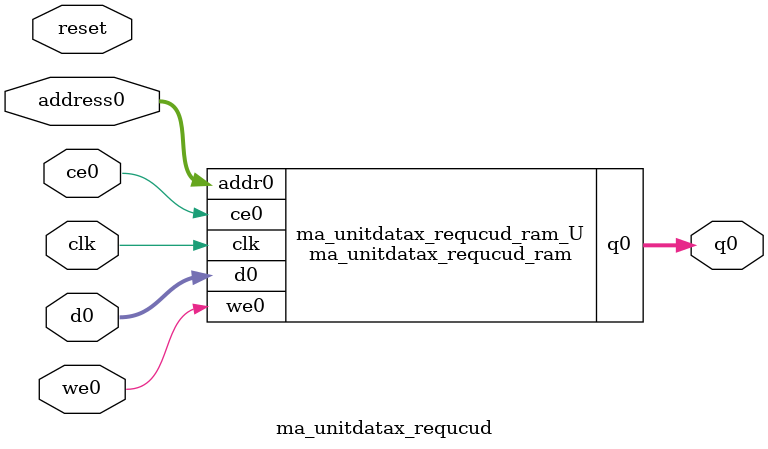
<source format=v>
`timescale 1 ns / 1 ps
module ma_unitdatax_requcud_ram (addr0, ce0, d0, we0, q0,  clk);

parameter DWIDTH = 8;
parameter AWIDTH = 7;
parameter MEM_SIZE = 70;

input[AWIDTH-1:0] addr0;
input ce0;
input[DWIDTH-1:0] d0;
input we0;
output reg[DWIDTH-1:0] q0;
input clk;

(* ram_style = "distributed" *)reg [DWIDTH-1:0] ram[0:MEM_SIZE-1];




always @(posedge clk)  
begin 
    if (ce0) begin
        if (we0) 
            ram[addr0] <= d0; 
        q0 <= ram[addr0];
    end
end


endmodule

`timescale 1 ns / 1 ps
module ma_unitdatax_requcud(
    reset,
    clk,
    address0,
    ce0,
    we0,
    d0,
    q0);

parameter DataWidth = 32'd8;
parameter AddressRange = 32'd70;
parameter AddressWidth = 32'd7;
input reset;
input clk;
input[AddressWidth - 1:0] address0;
input ce0;
input we0;
input[DataWidth - 1:0] d0;
output[DataWidth - 1:0] q0;



ma_unitdatax_requcud_ram ma_unitdatax_requcud_ram_U(
    .clk( clk ),
    .addr0( address0 ),
    .ce0( ce0 ),
    .we0( we0 ),
    .d0( d0 ),
    .q0( q0 ));

endmodule


</source>
